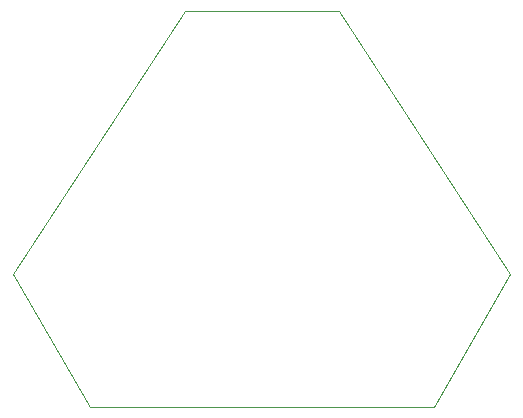
<source format=gm1>
G04 #@! TF.GenerationSoftware,KiCad,Pcbnew,(6.0.7-1)-1*
G04 #@! TF.CreationDate,2022-12-01T13:28:40-08:00*
G04 #@! TF.ProjectId,can-hub-pcb,63616e2d-6875-4622-9d70-63622e6b6963,rev?*
G04 #@! TF.SameCoordinates,Original*
G04 #@! TF.FileFunction,Profile,NP*
%FSLAX46Y46*%
G04 Gerber Fmt 4.6, Leading zero omitted, Abs format (unit mm)*
G04 Created by KiCad (PCBNEW (6.0.7-1)-1) date 2022-12-01 13:28:40*
%MOMM*%
%LPD*%
G01*
G04 APERTURE LIST*
G04 #@! TA.AperFunction,Profile*
%ADD10C,0.100000*%
G04 #@! TD*
G04 APERTURE END LIST*
D10*
X172000000Y-113700000D02*
X142900000Y-113700000D01*
X136400000Y-102400000D02*
X142900000Y-113700000D01*
X151000000Y-80100000D02*
X164000000Y-80100000D01*
X136400000Y-102400000D02*
X151000000Y-80100000D01*
X178500000Y-102400000D02*
X164000000Y-80100000D01*
X172000000Y-113700000D02*
X178500000Y-102400000D01*
M02*

</source>
